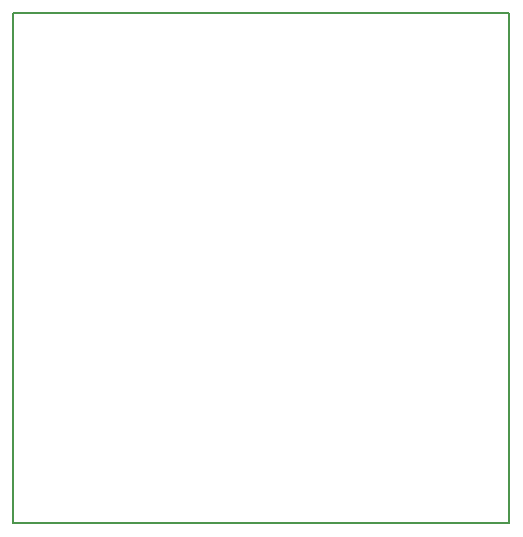
<source format=gm1>
G04 #@! TF.FileFunction,Profile,NP*
%FSLAX46Y46*%
G04 Gerber Fmt 4.6, Leading zero omitted, Abs format (unit mm)*
G04 Created by KiCad (PCBNEW 4.0.6-e0-6349~53~ubuntu14.04.1) date Sat Jul 15 18:22:04 2017*
%MOMM*%
%LPD*%
G01*
G04 APERTURE LIST*
%ADD10C,0.350000*%
%ADD11C,0.150000*%
G04 APERTURE END LIST*
D10*
D11*
X122400000Y-70162000D02*
X122400000Y-113342000D01*
X80400000Y-113342000D02*
X122400000Y-113342000D01*
X80400000Y-70162000D02*
X80400000Y-113342000D01*
X80400000Y-70162000D02*
X122400000Y-70162000D01*
M02*

</source>
